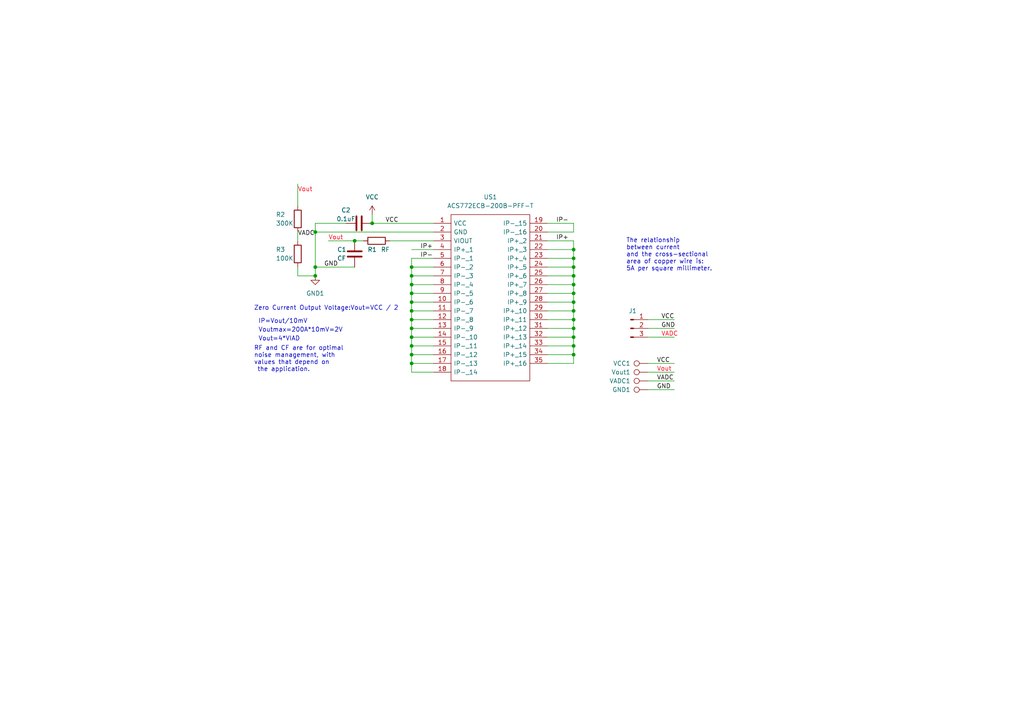
<source format=kicad_sch>
(kicad_sch (version 20230121) (generator eeschema)

  (uuid b3060d4e-7467-4a22-9473-769120214355)

  (paper "A4")

  (lib_symbols
    (symbol "ACS772ECB-200B-PFF-T1:ACS772ECB-200B-PFF-T" (pin_names (offset 0.762)) (in_bom yes) (on_board yes)
      (property "Reference" "IC" (at 29.21 7.62 0)
        (effects (font (size 1.27 1.27)) (justify left))
      )
      (property "Value" "ACS772ECB-200B-PFF-T" (at 29.21 5.08 0)
        (effects (font (size 1.27 1.27)) (justify left))
      )
      (property "Footprint" "ACS772ECB200BPFFT" (at 29.21 2.54 0)
        (effects (font (size 1.27 1.27)) (justify left) hide)
      )
      (property "Datasheet" "http://www.allegromicro.com/~/media/Files/Datasheets/ACS772-Datasheet.ashx" (at 29.21 0 0)
        (effects (font (size 1.27 1.27)) (justify left) hide)
      )
      (property "Description" "200kHz, 1.5% Max Tolerance, 100  Internal Resistance Module-alternative Current Sensor for High Current and High Voltage Applications" (at 29.21 -2.54 0)
        (effects (font (size 1.27 1.27)) (justify left) hide)
      )
      (property "Height" "7.1" (at 29.21 -5.08 0)
        (effects (font (size 1.27 1.27)) (justify left) hide)
      )
      (property "Manufacturer_Name" "Allegro Microsystems" (at 29.21 -7.62 0)
        (effects (font (size 1.27 1.27)) (justify left) hide)
      )
      (property "Manufacturer_Part_Number" "ACS772ECB-200B-PFF-T" (at 29.21 -10.16 0)
        (effects (font (size 1.27 1.27)) (justify left) hide)
      )
      (property "Mouser Part Number" "250-772ECB200BPFFT" (at 29.21 -12.7 0)
        (effects (font (size 1.27 1.27)) (justify left) hide)
      )
      (property "Mouser Price/Stock" "https://www.mouser.co.uk/ProductDetail/Allegro-MicroSystems/ACS772ECB-200B-PFF-T?qs=pUKx8fyJudABgObSHvZ%252BEw%3D%3D" (at 29.21 -15.24 0)
        (effects (font (size 1.27 1.27)) (justify left) hide)
      )
      (property "Arrow Part Number" "ACS772ECB-200B-PFF-T" (at 29.21 -17.78 0)
        (effects (font (size 1.27 1.27)) (justify left) hide)
      )
      (property "Arrow Price/Stock" "https://www.arrow.com/en/products/acs772ecb-200b-pff-t/allegro-microsystems?region=nac" (at 29.21 -20.32 0)
        (effects (font (size 1.27 1.27)) (justify left) hide)
      )
      (property "ki_description" "200kHz, 1.5% Max Tolerance, 100  Internal Resistance Module-alternative Current Sensor for High Current and High Voltage Applications" (at 0 0 0)
        (effects (font (size 1.27 1.27)) hide)
      )
      (symbol "ACS772ECB-200B-PFF-T_0_0"
        (pin passive line (at 0 0 0) (length 5.08)
          (name "VCC" (effects (font (size 1.27 1.27))))
          (number "1" (effects (font (size 1.27 1.27))))
        )
        (pin passive line (at 0 -22.86 0) (length 5.08)
          (name "IP-_6" (effects (font (size 1.27 1.27))))
          (number "10" (effects (font (size 1.27 1.27))))
        )
        (pin passive line (at 0 -25.4 0) (length 5.08)
          (name "IP-_7" (effects (font (size 1.27 1.27))))
          (number "11" (effects (font (size 1.27 1.27))))
        )
        (pin passive line (at 0 -27.94 0) (length 5.08)
          (name "IP-_8" (effects (font (size 1.27 1.27))))
          (number "12" (effects (font (size 1.27 1.27))))
        )
        (pin passive line (at 0 -30.48 0) (length 5.08)
          (name "IP-_9" (effects (font (size 1.27 1.27))))
          (number "13" (effects (font (size 1.27 1.27))))
        )
        (pin passive line (at 0 -33.02 0) (length 5.08)
          (name "IP-_10" (effects (font (size 1.27 1.27))))
          (number "14" (effects (font (size 1.27 1.27))))
        )
        (pin passive line (at 0 -35.56 0) (length 5.08)
          (name "IP-_11" (effects (font (size 1.27 1.27))))
          (number "15" (effects (font (size 1.27 1.27))))
        )
        (pin passive line (at 0 -38.1 0) (length 5.08)
          (name "IP-_12" (effects (font (size 1.27 1.27))))
          (number "16" (effects (font (size 1.27 1.27))))
        )
        (pin passive line (at 0 -40.64 0) (length 5.08)
          (name "IP-_13" (effects (font (size 1.27 1.27))))
          (number "17" (effects (font (size 1.27 1.27))))
        )
        (pin passive line (at 0 -43.18 0) (length 5.08)
          (name "IP-_14" (effects (font (size 1.27 1.27))))
          (number "18" (effects (font (size 1.27 1.27))))
        )
        (pin passive line (at 33.02 0 180) (length 5.08)
          (name "IP-_15" (effects (font (size 1.27 1.27))))
          (number "19" (effects (font (size 1.27 1.27))))
        )
        (pin passive line (at 0 -2.54 0) (length 5.08)
          (name "GND" (effects (font (size 1.27 1.27))))
          (number "2" (effects (font (size 1.27 1.27))))
        )
        (pin passive line (at 33.02 -2.54 180) (length 5.08)
          (name "IP-_16" (effects (font (size 1.27 1.27))))
          (number "20" (effects (font (size 1.27 1.27))))
        )
        (pin passive line (at 33.02 -5.08 180) (length 5.08)
          (name "IP+_2" (effects (font (size 1.27 1.27))))
          (number "21" (effects (font (size 1.27 1.27))))
        )
        (pin passive line (at 33.02 -7.62 180) (length 5.08)
          (name "IP+_3" (effects (font (size 1.27 1.27))))
          (number "22" (effects (font (size 1.27 1.27))))
        )
        (pin passive line (at 33.02 -10.16 180) (length 5.08)
          (name "IP+_4" (effects (font (size 1.27 1.27))))
          (number "23" (effects (font (size 1.27 1.27))))
        )
        (pin passive line (at 33.02 -12.7 180) (length 5.08)
          (name "IP+_5" (effects (font (size 1.27 1.27))))
          (number "24" (effects (font (size 1.27 1.27))))
        )
        (pin passive line (at 33.02 -15.24 180) (length 5.08)
          (name "IP+_6" (effects (font (size 1.27 1.27))))
          (number "25" (effects (font (size 1.27 1.27))))
        )
        (pin passive line (at 33.02 -17.78 180) (length 5.08)
          (name "IP+_7" (effects (font (size 1.27 1.27))))
          (number "26" (effects (font (size 1.27 1.27))))
        )
        (pin passive line (at 33.02 -20.32 180) (length 5.08)
          (name "IP+_8" (effects (font (size 1.27 1.27))))
          (number "27" (effects (font (size 1.27 1.27))))
        )
        (pin passive line (at 33.02 -22.86 180) (length 5.08)
          (name "IP+_9" (effects (font (size 1.27 1.27))))
          (number "28" (effects (font (size 1.27 1.27))))
        )
        (pin passive line (at 33.02 -25.4 180) (length 5.08)
          (name "IP+_10" (effects (font (size 1.27 1.27))))
          (number "29" (effects (font (size 1.27 1.27))))
        )
        (pin passive line (at 0 -5.08 0) (length 5.08)
          (name "VIOUT" (effects (font (size 1.27 1.27))))
          (number "3" (effects (font (size 1.27 1.27))))
        )
        (pin passive line (at 33.02 -27.94 180) (length 5.08)
          (name "IP+_11" (effects (font (size 1.27 1.27))))
          (number "30" (effects (font (size 1.27 1.27))))
        )
        (pin passive line (at 33.02 -30.48 180) (length 5.08)
          (name "IP+_12" (effects (font (size 1.27 1.27))))
          (number "31" (effects (font (size 1.27 1.27))))
        )
        (pin passive line (at 33.02 -33.02 180) (length 5.08)
          (name "IP+_13" (effects (font (size 1.27 1.27))))
          (number "32" (effects (font (size 1.27 1.27))))
        )
        (pin passive line (at 33.02 -35.56 180) (length 5.08)
          (name "IP+_14" (effects (font (size 1.27 1.27))))
          (number "33" (effects (font (size 1.27 1.27))))
        )
        (pin passive line (at 33.02 -38.1 180) (length 5.08)
          (name "IP+_15" (effects (font (size 1.27 1.27))))
          (number "34" (effects (font (size 1.27 1.27))))
        )
        (pin passive line (at 33.02 -40.64 180) (length 5.08)
          (name "IP+_16" (effects (font (size 1.27 1.27))))
          (number "35" (effects (font (size 1.27 1.27))))
        )
        (pin passive line (at 0 -7.62 0) (length 5.08)
          (name "IP+_1" (effects (font (size 1.27 1.27))))
          (number "4" (effects (font (size 1.27 1.27))))
        )
        (pin passive line (at 0 -10.16 0) (length 5.08)
          (name "IP-_1" (effects (font (size 1.27 1.27))))
          (number "5" (effects (font (size 1.27 1.27))))
        )
        (pin passive line (at 0 -12.7 0) (length 5.08)
          (name "IP-_2" (effects (font (size 1.27 1.27))))
          (number "6" (effects (font (size 1.27 1.27))))
        )
        (pin passive line (at 0 -15.24 0) (length 5.08)
          (name "IP-_3" (effects (font (size 1.27 1.27))))
          (number "7" (effects (font (size 1.27 1.27))))
        )
        (pin passive line (at 0 -17.78 0) (length 5.08)
          (name "IP-_4" (effects (font (size 1.27 1.27))))
          (number "8" (effects (font (size 1.27 1.27))))
        )
        (pin passive line (at 0 -20.32 0) (length 5.08)
          (name "IP-_5" (effects (font (size 1.27 1.27))))
          (number "9" (effects (font (size 1.27 1.27))))
        )
      )
      (symbol "ACS772ECB-200B-PFF-T_0_1"
        (polyline
          (pts
            (xy 5.08 2.54)
            (xy 27.94 2.54)
            (xy 27.94 -45.72)
            (xy 5.08 -45.72)
            (xy 5.08 2.54)
          )
          (stroke (width 0.1524) (type solid))
          (fill (type none))
        )
      )
    )
    (symbol "Connector:Conn_01x03_Pin" (pin_names (offset 1.016) hide) (in_bom yes) (on_board yes)
      (property "Reference" "J" (at 0 5.08 0)
        (effects (font (size 1.27 1.27)))
      )
      (property "Value" "Conn_01x03_Pin" (at 0 -5.08 0)
        (effects (font (size 1.27 1.27)))
      )
      (property "Footprint" "" (at 0 0 0)
        (effects (font (size 1.27 1.27)) hide)
      )
      (property "Datasheet" "~" (at 0 0 0)
        (effects (font (size 1.27 1.27)) hide)
      )
      (property "ki_locked" "" (at 0 0 0)
        (effects (font (size 1.27 1.27)))
      )
      (property "ki_keywords" "connector" (at 0 0 0)
        (effects (font (size 1.27 1.27)) hide)
      )
      (property "ki_description" "Generic connector, single row, 01x03, script generated" (at 0 0 0)
        (effects (font (size 1.27 1.27)) hide)
      )
      (property "ki_fp_filters" "Connector*:*_1x??_*" (at 0 0 0)
        (effects (font (size 1.27 1.27)) hide)
      )
      (symbol "Conn_01x03_Pin_1_1"
        (polyline
          (pts
            (xy 1.27 -2.54)
            (xy 0.8636 -2.54)
          )
          (stroke (width 0.1524) (type default))
          (fill (type none))
        )
        (polyline
          (pts
            (xy 1.27 0)
            (xy 0.8636 0)
          )
          (stroke (width 0.1524) (type default))
          (fill (type none))
        )
        (polyline
          (pts
            (xy 1.27 2.54)
            (xy 0.8636 2.54)
          )
          (stroke (width 0.1524) (type default))
          (fill (type none))
        )
        (rectangle (start 0.8636 -2.413) (end 0 -2.667)
          (stroke (width 0.1524) (type default))
          (fill (type outline))
        )
        (rectangle (start 0.8636 0.127) (end 0 -0.127)
          (stroke (width 0.1524) (type default))
          (fill (type outline))
        )
        (rectangle (start 0.8636 2.667) (end 0 2.413)
          (stroke (width 0.1524) (type default))
          (fill (type outline))
        )
        (pin passive line (at 5.08 2.54 180) (length 3.81)
          (name "Pin_1" (effects (font (size 1.27 1.27))))
          (number "1" (effects (font (size 1.27 1.27))))
        )
        (pin passive line (at 5.08 0 180) (length 3.81)
          (name "Pin_2" (effects (font (size 1.27 1.27))))
          (number "2" (effects (font (size 1.27 1.27))))
        )
        (pin passive line (at 5.08 -2.54 180) (length 3.81)
          (name "Pin_3" (effects (font (size 1.27 1.27))))
          (number "3" (effects (font (size 1.27 1.27))))
        )
      )
    )
    (symbol "Connector:TestPoint" (pin_numbers hide) (pin_names (offset 0.762) hide) (in_bom yes) (on_board yes)
      (property "Reference" "TP" (at 0 6.858 0)
        (effects (font (size 1.27 1.27)))
      )
      (property "Value" "TestPoint" (at 0 5.08 0)
        (effects (font (size 1.27 1.27)))
      )
      (property "Footprint" "" (at 5.08 0 0)
        (effects (font (size 1.27 1.27)) hide)
      )
      (property "Datasheet" "~" (at 5.08 0 0)
        (effects (font (size 1.27 1.27)) hide)
      )
      (property "ki_keywords" "test point tp" (at 0 0 0)
        (effects (font (size 1.27 1.27)) hide)
      )
      (property "ki_description" "test point" (at 0 0 0)
        (effects (font (size 1.27 1.27)) hide)
      )
      (property "ki_fp_filters" "Pin* Test*" (at 0 0 0)
        (effects (font (size 1.27 1.27)) hide)
      )
      (symbol "TestPoint_0_1"
        (circle (center 0 3.302) (radius 0.762)
          (stroke (width 0) (type default))
          (fill (type none))
        )
      )
      (symbol "TestPoint_1_1"
        (pin passive line (at 0 0 90) (length 2.54)
          (name "1" (effects (font (size 1.27 1.27))))
          (number "1" (effects (font (size 1.27 1.27))))
        )
      )
    )
    (symbol "Device:C" (pin_numbers hide) (pin_names (offset 0.254)) (in_bom yes) (on_board yes)
      (property "Reference" "C" (at 0.635 2.54 0)
        (effects (font (size 1.27 1.27)) (justify left))
      )
      (property "Value" "C" (at 0.635 -2.54 0)
        (effects (font (size 1.27 1.27)) (justify left))
      )
      (property "Footprint" "" (at 0.9652 -3.81 0)
        (effects (font (size 1.27 1.27)) hide)
      )
      (property "Datasheet" "~" (at 0 0 0)
        (effects (font (size 1.27 1.27)) hide)
      )
      (property "ki_keywords" "cap capacitor" (at 0 0 0)
        (effects (font (size 1.27 1.27)) hide)
      )
      (property "ki_description" "Unpolarized capacitor" (at 0 0 0)
        (effects (font (size 1.27 1.27)) hide)
      )
      (property "ki_fp_filters" "C_*" (at 0 0 0)
        (effects (font (size 1.27 1.27)) hide)
      )
      (symbol "C_0_1"
        (polyline
          (pts
            (xy -2.032 -0.762)
            (xy 2.032 -0.762)
          )
          (stroke (width 0.508) (type default))
          (fill (type none))
        )
        (polyline
          (pts
            (xy -2.032 0.762)
            (xy 2.032 0.762)
          )
          (stroke (width 0.508) (type default))
          (fill (type none))
        )
      )
      (symbol "C_1_1"
        (pin passive line (at 0 3.81 270) (length 2.794)
          (name "~" (effects (font (size 1.27 1.27))))
          (number "1" (effects (font (size 1.27 1.27))))
        )
        (pin passive line (at 0 -3.81 90) (length 2.794)
          (name "~" (effects (font (size 1.27 1.27))))
          (number "2" (effects (font (size 1.27 1.27))))
        )
      )
    )
    (symbol "Device:R" (pin_numbers hide) (pin_names (offset 0)) (in_bom yes) (on_board yes)
      (property "Reference" "R" (at 2.032 0 90)
        (effects (font (size 1.27 1.27)))
      )
      (property "Value" "R" (at 0 0 90)
        (effects (font (size 1.27 1.27)))
      )
      (property "Footprint" "" (at -1.778 0 90)
        (effects (font (size 1.27 1.27)) hide)
      )
      (property "Datasheet" "~" (at 0 0 0)
        (effects (font (size 1.27 1.27)) hide)
      )
      (property "ki_keywords" "R res resistor" (at 0 0 0)
        (effects (font (size 1.27 1.27)) hide)
      )
      (property "ki_description" "Resistor" (at 0 0 0)
        (effects (font (size 1.27 1.27)) hide)
      )
      (property "ki_fp_filters" "R_*" (at 0 0 0)
        (effects (font (size 1.27 1.27)) hide)
      )
      (symbol "R_0_1"
        (rectangle (start -1.016 -2.54) (end 1.016 2.54)
          (stroke (width 0.254) (type default))
          (fill (type none))
        )
      )
      (symbol "R_1_1"
        (pin passive line (at 0 3.81 270) (length 1.27)
          (name "~" (effects (font (size 1.27 1.27))))
          (number "1" (effects (font (size 1.27 1.27))))
        )
        (pin passive line (at 0 -3.81 90) (length 1.27)
          (name "~" (effects (font (size 1.27 1.27))))
          (number "2" (effects (font (size 1.27 1.27))))
        )
      )
    )
    (symbol "power:GND1" (power) (pin_names (offset 0)) (in_bom yes) (on_board yes)
      (property "Reference" "#PWR" (at 0 -6.35 0)
        (effects (font (size 1.27 1.27)) hide)
      )
      (property "Value" "GND1" (at 0 -3.81 0)
        (effects (font (size 1.27 1.27)))
      )
      (property "Footprint" "" (at 0 0 0)
        (effects (font (size 1.27 1.27)) hide)
      )
      (property "Datasheet" "" (at 0 0 0)
        (effects (font (size 1.27 1.27)) hide)
      )
      (property "ki_keywords" "global power" (at 0 0 0)
        (effects (font (size 1.27 1.27)) hide)
      )
      (property "ki_description" "Power symbol creates a global label with name \"GND1\" , ground" (at 0 0 0)
        (effects (font (size 1.27 1.27)) hide)
      )
      (symbol "GND1_0_1"
        (polyline
          (pts
            (xy 0 0)
            (xy 0 -1.27)
            (xy 1.27 -1.27)
            (xy 0 -2.54)
            (xy -1.27 -1.27)
            (xy 0 -1.27)
          )
          (stroke (width 0) (type default))
          (fill (type none))
        )
      )
      (symbol "GND1_1_1"
        (pin power_in line (at 0 0 270) (length 0) hide
          (name "GND1" (effects (font (size 1.27 1.27))))
          (number "1" (effects (font (size 1.27 1.27))))
        )
      )
    )
    (symbol "power:VCC" (power) (pin_names (offset 0)) (in_bom yes) (on_board yes)
      (property "Reference" "#PWR01" (at 0 -3.81 0)
        (effects (font (size 1.27 1.27)) hide)
      )
      (property "Value" "VCC_5V" (at 0 5.08 0)
        (effects (font (size 1.27 1.27)))
      )
      (property "Footprint" "" (at 0 0 0)
        (effects (font (size 1.27 1.27)) hide)
      )
      (property "Datasheet" "" (at 0 0 0)
        (effects (font (size 1.27 1.27)) hide)
      )
      (property "ki_keywords" "global power" (at 0 0 0)
        (effects (font (size 1.27 1.27)) hide)
      )
      (property "ki_description" "Power symbol creates a global label with name \"VCC\"" (at 0 0 0)
        (effects (font (size 1.27 1.27)) hide)
      )
      (symbol "VCC_0_1"
        (polyline
          (pts
            (xy -0.762 1.27)
            (xy 0 2.54)
          )
          (stroke (width 0) (type default))
          (fill (type none))
        )
        (polyline
          (pts
            (xy 0 0)
            (xy 0 2.54)
          )
          (stroke (width 0) (type default))
          (fill (type none))
        )
        (polyline
          (pts
            (xy 0 2.54)
            (xy 0.762 1.27)
          )
          (stroke (width 0) (type default))
          (fill (type none))
        )
      )
      (symbol "VCC_1_1"
        (pin power_in line (at 0 0 90) (length 0) hide
          (name "VCC" (effects (font (size 1.27 1.27))))
          (number "1" (effects (font (size 1.27 1.27))))
        )
      )
    )
  )

  (junction (at 166.37 82.55) (diameter 0) (color 0 0 0 0)
    (uuid 14007531-5060-496b-928e-b64fae571793)
  )
  (junction (at 166.37 85.09) (diameter 0) (color 0 0 0 0)
    (uuid 1c19ff3a-85a4-4373-b821-552b0a993040)
  )
  (junction (at 166.37 100.33) (diameter 0) (color 0 0 0 0)
    (uuid 20b8674f-1479-4ce4-9266-17ec61fcdcc6)
  )
  (junction (at 119.38 105.41) (diameter 0) (color 0 0 0 0)
    (uuid 2382f253-c289-4745-8fe8-2a35b8db5463)
  )
  (junction (at 119.38 80.01) (diameter 0) (color 0 0 0 0)
    (uuid 2af830b8-172b-4e9c-9b93-99b35ea54fb2)
  )
  (junction (at 91.44 67.31) (diameter 0) (color 0 0 0 0)
    (uuid 2bf2703b-7317-4189-9729-87b4fee02549)
  )
  (junction (at 119.38 82.55) (diameter 0) (color 0 0 0 0)
    (uuid 323217e7-787f-4090-bf3b-12ef466154aa)
  )
  (junction (at 119.38 92.71) (diameter 0) (color 0 0 0 0)
    (uuid 35483409-d3eb-45e2-a3aa-c8411598256b)
  )
  (junction (at 166.37 80.01) (diameter 0) (color 0 0 0 0)
    (uuid 5f5b48a3-8b00-40b8-9f08-242944555ccd)
  )
  (junction (at 119.38 102.87) (diameter 0) (color 0 0 0 0)
    (uuid 61a571bc-ac3e-4109-bee4-ee803739fcf5)
  )
  (junction (at 119.38 100.33) (diameter 0) (color 0 0 0 0)
    (uuid 6312bb55-abee-416c-9515-9ad9e832ada6)
  )
  (junction (at 119.38 85.09) (diameter 0) (color 0 0 0 0)
    (uuid 71ea1d5c-ccd4-4ecd-bce4-1850fbf8ea38)
  )
  (junction (at 119.38 90.17) (diameter 0) (color 0 0 0 0)
    (uuid 7d6c9cdb-ee11-44b1-8672-d14066474e13)
  )
  (junction (at 166.37 72.39) (diameter 0) (color 0 0 0 0)
    (uuid 8692bf6c-fc3f-4aa7-b715-b1c07f88983e)
  )
  (junction (at 166.37 97.79) (diameter 0) (color 0 0 0 0)
    (uuid 8d29b47c-adae-4514-98aa-6010e24ceb40)
  )
  (junction (at 166.37 92.71) (diameter 0) (color 0 0 0 0)
    (uuid 9b1221e1-0247-4945-99f3-cdfd269bb501)
  )
  (junction (at 91.44 77.47) (diameter 0) (color 0 0 0 0)
    (uuid 9df87540-33cb-43a3-a8c4-7eff35cdd956)
  )
  (junction (at 119.38 95.25) (diameter 0) (color 0 0 0 0)
    (uuid a30602f9-0c23-4f97-94dc-720860569b05)
  )
  (junction (at 166.37 102.87) (diameter 0) (color 0 0 0 0)
    (uuid afa9f10f-212c-4b92-8246-65b5405a9aaf)
  )
  (junction (at 102.87 69.85) (diameter 0) (color 0 0 0 0)
    (uuid b5dc587b-0e42-4d47-a4ab-feb2d815064c)
  )
  (junction (at 119.38 87.63) (diameter 0) (color 0 0 0 0)
    (uuid bb449612-760d-4f77-aef8-288084b9878a)
  )
  (junction (at 119.38 77.47) (diameter 0) (color 0 0 0 0)
    (uuid bd979ede-670a-4817-aa21-ab717a10b30f)
  )
  (junction (at 166.37 77.47) (diameter 0) (color 0 0 0 0)
    (uuid cc7ab975-09a4-4e65-90dc-3b8dce6a15f9)
  )
  (junction (at 166.37 95.25) (diameter 0) (color 0 0 0 0)
    (uuid d1479bb9-c1a1-4577-bd10-83f826d7b9b7)
  )
  (junction (at 166.37 90.17) (diameter 0) (color 0 0 0 0)
    (uuid d5f7b531-86c9-4742-b621-7dd17fe9fce5)
  )
  (junction (at 119.38 97.79) (diameter 0) (color 0 0 0 0)
    (uuid dabc247a-7006-40b6-8f61-eecdf98f744b)
  )
  (junction (at 91.44 80.01) (diameter 0) (color 0 0 0 0)
    (uuid dfd44fd6-df7f-415d-b506-ca6f29bdeb45)
  )
  (junction (at 107.95 64.77) (diameter 0) (color 0 0 0 0)
    (uuid e574ad12-dcd7-4f91-af02-e2928051805b)
  )
  (junction (at 166.37 74.93) (diameter 0) (color 0 0 0 0)
    (uuid fceadeee-8f23-43d2-b6cf-cd79f0e786e6)
  )
  (junction (at 166.37 87.63) (diameter 0) (color 0 0 0 0)
    (uuid fd3655a7-249b-4ea7-bc06-4761a1d5e35b)
  )

  (wire (pts (xy 125.73 77.47) (xy 119.38 77.47))
    (stroke (width 0) (type default))
    (uuid 01931bc7-71b3-4845-adc7-eb69ce9c56bd)
  )
  (wire (pts (xy 158.75 85.09) (xy 166.37 85.09))
    (stroke (width 0) (type default))
    (uuid 029e4dd1-5414-4fb7-aa04-4c210a2ce164)
  )
  (wire (pts (xy 86.36 80.01) (xy 91.44 80.01))
    (stroke (width 0) (type default))
    (uuid 02aa59b2-681a-4b86-ab91-7830c8e9eda5)
  )
  (wire (pts (xy 91.44 77.47) (xy 91.44 67.31))
    (stroke (width 0) (type default))
    (uuid 02bb0879-e749-4725-a91b-a0dea113f09d)
  )
  (wire (pts (xy 187.96 113.03) (xy 195.58 113.03))
    (stroke (width 0) (type default))
    (uuid 0a1bbbf1-229f-4ed9-8352-4d79f8cff39c)
  )
  (wire (pts (xy 119.38 92.71) (xy 119.38 95.25))
    (stroke (width 0) (type default))
    (uuid 0c0d5c87-2ade-4935-9f27-e87db557c5b9)
  )
  (wire (pts (xy 119.38 85.09) (xy 119.38 87.63))
    (stroke (width 0) (type default))
    (uuid 0eea0ace-a365-441b-8007-5bb3b03024e6)
  )
  (wire (pts (xy 86.36 67.31) (xy 86.36 69.85))
    (stroke (width 0) (type default))
    (uuid 1025df86-cc85-4e02-a3e0-79a4a7b164ce)
  )
  (wire (pts (xy 166.37 72.39) (xy 166.37 74.93))
    (stroke (width 0) (type default))
    (uuid 112d2cfe-b625-4581-b1cc-b06980bdee86)
  )
  (wire (pts (xy 158.75 72.39) (xy 166.37 72.39))
    (stroke (width 0) (type default))
    (uuid 12701d23-395b-46c7-a8b4-75b87243c249)
  )
  (wire (pts (xy 119.38 102.87) (xy 125.73 102.87))
    (stroke (width 0) (type default))
    (uuid 12db8001-1b43-4cbe-8385-002a04ce5455)
  )
  (wire (pts (xy 187.96 95.25) (xy 195.58 95.25))
    (stroke (width 0) (type default))
    (uuid 132630e7-5ff4-4881-8e7d-c0a77346f385)
  )
  (wire (pts (xy 166.37 100.33) (xy 166.37 102.87))
    (stroke (width 0) (type default))
    (uuid 166db661-5022-4c53-ac17-f8b8d5f2e643)
  )
  (wire (pts (xy 119.38 100.33) (xy 125.73 100.33))
    (stroke (width 0) (type default))
    (uuid 17e55e0a-804e-4bbe-8620-1714b888ea1b)
  )
  (wire (pts (xy 158.75 90.17) (xy 166.37 90.17))
    (stroke (width 0) (type default))
    (uuid 234a29e9-eb50-4826-bbef-9bf7b337de2b)
  )
  (wire (pts (xy 91.44 67.31) (xy 91.44 64.77))
    (stroke (width 0) (type default))
    (uuid 25367476-8aa7-4c97-bbfe-6bb32db61b07)
  )
  (wire (pts (xy 113.03 69.85) (xy 125.73 69.85))
    (stroke (width 0) (type default))
    (uuid 26b4923b-4b69-4714-a428-c00c536435e4)
  )
  (wire (pts (xy 119.38 95.25) (xy 125.73 95.25))
    (stroke (width 0) (type default))
    (uuid 277eec4d-5230-4737-94de-340d7071c760)
  )
  (wire (pts (xy 119.38 80.01) (xy 125.73 80.01))
    (stroke (width 0) (type default))
    (uuid 3133bbee-2e7e-48a5-9245-dd3cb6b50bc8)
  )
  (wire (pts (xy 158.75 67.31) (xy 166.37 67.31))
    (stroke (width 0) (type default))
    (uuid 39e27cbf-7449-4d81-98e5-90f1d46b65bc)
  )
  (wire (pts (xy 107.95 64.77) (xy 125.73 64.77))
    (stroke (width 0) (type default))
    (uuid 3d3ac8d4-ae0b-460c-b81e-473d52ce516d)
  )
  (wire (pts (xy 187.96 92.71) (xy 195.58 92.71))
    (stroke (width 0) (type default))
    (uuid 3f624799-fc3f-4b06-b78d-57d27b28a2f5)
  )
  (wire (pts (xy 119.38 102.87) (xy 119.38 105.41))
    (stroke (width 0) (type default))
    (uuid 40ec75e8-1ad0-418d-9459-adff7933488a)
  )
  (wire (pts (xy 86.36 53.34) (xy 86.36 59.69))
    (stroke (width 0) (type default))
    (uuid 4610edc0-54d7-43b9-9463-7f2d36d47292)
  )
  (wire (pts (xy 166.37 102.87) (xy 166.37 105.41))
    (stroke (width 0) (type default))
    (uuid 4d6769d4-66bd-462c-8b9a-e9f483f2b7de)
  )
  (wire (pts (xy 158.75 100.33) (xy 166.37 100.33))
    (stroke (width 0) (type default))
    (uuid 4f11118e-8778-4368-9589-4cb501451b48)
  )
  (wire (pts (xy 119.38 87.63) (xy 119.38 90.17))
    (stroke (width 0) (type default))
    (uuid 506ddecb-a795-4877-b542-f40ad60d46c4)
  )
  (wire (pts (xy 119.38 77.47) (xy 119.38 74.93))
    (stroke (width 0) (type default))
    (uuid 53ed4d22-f21f-4474-85b1-eba354b81813)
  )
  (wire (pts (xy 166.37 97.79) (xy 166.37 100.33))
    (stroke (width 0) (type default))
    (uuid 5cfedc5d-defe-425a-b712-fd90a78e9ebb)
  )
  (wire (pts (xy 158.75 95.25) (xy 166.37 95.25))
    (stroke (width 0) (type default))
    (uuid 60833876-fea0-4538-b0ed-6e2af9de21ea)
  )
  (wire (pts (xy 119.38 95.25) (xy 119.38 97.79))
    (stroke (width 0) (type default))
    (uuid 61d5edb8-fb32-43e1-9545-91db866a4c23)
  )
  (wire (pts (xy 102.87 77.47) (xy 91.44 77.47))
    (stroke (width 0) (type default))
    (uuid 61ee3a6c-a2be-4b18-9708-81e0b1382bb6)
  )
  (wire (pts (xy 119.38 97.79) (xy 119.38 100.33))
    (stroke (width 0) (type default))
    (uuid 6727252c-a8ba-41b2-b83c-82787ca16590)
  )
  (wire (pts (xy 158.75 97.79) (xy 166.37 97.79))
    (stroke (width 0) (type default))
    (uuid 6cdb814a-edf4-4ebf-b0bb-e5bf5b006d4e)
  )
  (wire (pts (xy 158.75 69.85) (xy 166.37 69.85))
    (stroke (width 0) (type default))
    (uuid 6d93fa46-3299-46c6-8b57-51502b77445e)
  )
  (wire (pts (xy 91.44 64.77) (xy 100.33 64.77))
    (stroke (width 0) (type default))
    (uuid 6e064f7c-e0e4-45c0-a8a7-9e4945a508d1)
  )
  (wire (pts (xy 166.37 90.17) (xy 166.37 92.71))
    (stroke (width 0) (type default))
    (uuid 71e6bb4a-aac1-4b4b-bb2b-fc5376560a72)
  )
  (wire (pts (xy 166.37 87.63) (xy 166.37 90.17))
    (stroke (width 0) (type default))
    (uuid 74da144e-267e-4782-aeea-921545fee1d9)
  )
  (wire (pts (xy 119.38 90.17) (xy 119.38 92.71))
    (stroke (width 0) (type default))
    (uuid 75c624b8-7ba5-4d75-9cdf-3ecf11e7724d)
  )
  (wire (pts (xy 119.38 82.55) (xy 119.38 85.09))
    (stroke (width 0) (type default))
    (uuid 76f7a451-c8bf-4e49-ab4a-aa8ee4891d3b)
  )
  (wire (pts (xy 166.37 80.01) (xy 166.37 82.55))
    (stroke (width 0) (type default))
    (uuid 78bcf976-60af-488c-8da9-b25421dd4a19)
  )
  (wire (pts (xy 158.75 102.87) (xy 166.37 102.87))
    (stroke (width 0) (type default))
    (uuid 7a2c24fc-8bda-4151-b502-275e9b6ea1e8)
  )
  (wire (pts (xy 158.75 82.55) (xy 166.37 82.55))
    (stroke (width 0) (type default))
    (uuid 806c8c4b-9a1a-4797-8c8b-6ea6fd4242dc)
  )
  (wire (pts (xy 119.38 97.79) (xy 125.73 97.79))
    (stroke (width 0) (type default))
    (uuid 865488c9-b312-4d41-8546-8552cf2a39cb)
  )
  (wire (pts (xy 158.75 77.47) (xy 166.37 77.47))
    (stroke (width 0) (type default))
    (uuid 87df901d-18a0-4a9d-8981-7b1045b6bda9)
  )
  (wire (pts (xy 166.37 77.47) (xy 166.37 80.01))
    (stroke (width 0) (type default))
    (uuid 88d2a6ea-c5ce-4f47-954b-ae3a9d5c82f1)
  )
  (wire (pts (xy 166.37 92.71) (xy 166.37 95.25))
    (stroke (width 0) (type default))
    (uuid 891bef8b-28bc-43e1-898e-298bb16cd170)
  )
  (wire (pts (xy 166.37 82.55) (xy 166.37 85.09))
    (stroke (width 0) (type default))
    (uuid 90ec81e2-f200-4ae8-b9a2-ebd1695db391)
  )
  (wire (pts (xy 91.44 77.47) (xy 91.44 80.01))
    (stroke (width 0) (type default))
    (uuid 9343f546-519b-46c1-abbd-f30b8a0a72e4)
  )
  (wire (pts (xy 187.96 110.49) (xy 195.58 110.49))
    (stroke (width 0) (type default))
    (uuid 976022df-e109-4529-980e-be1de3a8829c)
  )
  (wire (pts (xy 158.75 74.93) (xy 166.37 74.93))
    (stroke (width 0) (type default))
    (uuid 976247ab-b61a-4b1c-bb67-14a8d539e8c7)
  )
  (wire (pts (xy 166.37 69.85) (xy 166.37 72.39))
    (stroke (width 0) (type default))
    (uuid 97653fda-3449-4708-a71c-17bcabc2402e)
  )
  (wire (pts (xy 119.38 90.17) (xy 125.73 90.17))
    (stroke (width 0) (type default))
    (uuid 99fd125d-1ee5-49c1-ac71-eb866b9b2fca)
  )
  (wire (pts (xy 158.75 80.01) (xy 166.37 80.01))
    (stroke (width 0) (type default))
    (uuid a1458db6-8ee5-4a2f-8d90-8560cac68d08)
  )
  (wire (pts (xy 95.25 69.85) (xy 102.87 69.85))
    (stroke (width 0) (type default))
    (uuid a6afc7dd-a5b6-4f8d-99ae-5ea1ed47a711)
  )
  (wire (pts (xy 158.75 87.63) (xy 166.37 87.63))
    (stroke (width 0) (type default))
    (uuid a7ee8af1-58be-4bec-b5de-32791720d6a8)
  )
  (wire (pts (xy 119.38 77.47) (xy 119.38 80.01))
    (stroke (width 0) (type default))
    (uuid a8800285-431a-4820-b58e-c86fdab70045)
  )
  (wire (pts (xy 187.96 105.41) (xy 195.58 105.41))
    (stroke (width 0) (type default))
    (uuid aa8b9204-ab52-4d58-990e-db96678d89a0)
  )
  (wire (pts (xy 166.37 85.09) (xy 166.37 87.63))
    (stroke (width 0) (type default))
    (uuid b05b0e1d-d358-4f75-bc1a-896b3514d392)
  )
  (wire (pts (xy 86.36 77.47) (xy 86.36 80.01))
    (stroke (width 0) (type default))
    (uuid b0ed44af-9e32-496b-8a74-a34f4cd5daee)
  )
  (wire (pts (xy 119.38 82.55) (xy 125.73 82.55))
    (stroke (width 0) (type default))
    (uuid bd844938-661c-43f7-aa79-9e04d5c44e20)
  )
  (wire (pts (xy 119.38 105.41) (xy 119.38 107.95))
    (stroke (width 0) (type default))
    (uuid bdcbe9ea-afb8-41ef-93e7-7a182826b4dd)
  )
  (wire (pts (xy 107.95 64.77) (xy 107.95 62.23))
    (stroke (width 0) (type default))
    (uuid bf6ac93d-329a-44e9-a429-369d062c0c0b)
  )
  (wire (pts (xy 119.38 100.33) (xy 119.38 102.87))
    (stroke (width 0) (type default))
    (uuid c01be539-068b-488d-b03b-4e38ee3f9062)
  )
  (wire (pts (xy 119.38 72.39) (xy 125.73 72.39))
    (stroke (width 0) (type default))
    (uuid c207dd48-fffd-4fd8-af4d-85d2cf5f0dc1)
  )
  (wire (pts (xy 158.75 64.77) (xy 166.37 64.77))
    (stroke (width 0) (type default))
    (uuid d1db2968-207a-4fa4-8b19-c1eab4432f6e)
  )
  (wire (pts (xy 119.38 80.01) (xy 119.38 82.55))
    (stroke (width 0) (type default))
    (uuid d4059cef-5ea7-46c4-a02e-2425c53ab1d4)
  )
  (wire (pts (xy 119.38 92.71) (xy 125.73 92.71))
    (stroke (width 0) (type default))
    (uuid d5ac3624-9c98-4de5-8f29-6f879fef418c)
  )
  (wire (pts (xy 166.37 95.25) (xy 166.37 97.79))
    (stroke (width 0) (type default))
    (uuid d738c209-3cd0-4d10-a3d4-bb97a8300925)
  )
  (wire (pts (xy 119.38 107.95) (xy 125.73 107.95))
    (stroke (width 0) (type default))
    (uuid d87488af-a918-40b3-a39a-ab266ef5e807)
  )
  (wire (pts (xy 158.75 92.71) (xy 166.37 92.71))
    (stroke (width 0) (type default))
    (uuid df53536b-c8da-45e3-aea8-226f94ff35fa)
  )
  (wire (pts (xy 119.38 105.41) (xy 125.73 105.41))
    (stroke (width 0) (type default))
    (uuid e0dda73d-5d3d-4546-b2f3-6079ceab3db0)
  )
  (wire (pts (xy 187.96 107.95) (xy 195.58 107.95))
    (stroke (width 0) (type default))
    (uuid e427f452-c7cb-4827-acfa-e4e01fe4c745)
  )
  (wire (pts (xy 166.37 105.41) (xy 158.75 105.41))
    (stroke (width 0) (type default))
    (uuid e4cf662c-e2bb-4e64-af57-bc932ec3777a)
  )
  (wire (pts (xy 119.38 87.63) (xy 125.73 87.63))
    (stroke (width 0) (type default))
    (uuid e5076b1f-111b-4fde-97fa-e80128c8b2f1)
  )
  (wire (pts (xy 187.96 97.79) (xy 195.58 97.79))
    (stroke (width 0) (type default))
    (uuid ebb2809e-e4ca-4314-84ad-2aa493a378d0)
  )
  (wire (pts (xy 102.87 69.85) (xy 105.41 69.85))
    (stroke (width 0) (type default))
    (uuid ec328c2b-beb4-403d-88f4-895439c42170)
  )
  (wire (pts (xy 125.73 67.31) (xy 91.44 67.31))
    (stroke (width 0) (type default))
    (uuid f67db752-1b10-4619-95e9-2dc3614c4d3d)
  )
  (wire (pts (xy 166.37 64.77) (xy 166.37 67.31))
    (stroke (width 0) (type default))
    (uuid f684d2d2-c3f5-4658-beac-4b3669547551)
  )
  (wire (pts (xy 119.38 74.93) (xy 125.73 74.93))
    (stroke (width 0) (type default))
    (uuid f6aa75d5-1ca4-4667-8ba3-4b62b968c792)
  )
  (wire (pts (xy 119.38 85.09) (xy 125.73 85.09))
    (stroke (width 0) (type default))
    (uuid f7047c86-a893-46a2-ad4b-d79a05b4885a)
  )
  (wire (pts (xy 166.37 74.93) (xy 166.37 77.47))
    (stroke (width 0) (type default))
    (uuid ff17991e-3f24-4bc6-8978-230aa03db546)
  )

  (text "Zero Current Output Voltage:Vout=VCC / 2" (at 73.66 90.17 0)
    (effects (font (size 1.27 1.27)) (justify left bottom))
    (uuid 1ad12719-6aff-4657-b924-9c6de1669a38)
  )
  (text "IP=Vout/10mV" (at 74.93 93.98 0)
    (effects (font (size 1.27 1.27)) (justify left bottom))
    (uuid 2d5e4a35-ab8a-4f0d-95fc-a2398fe4d28f)
  )
  (text "Voutmax=200A*10mV=2V" (at 74.93 96.52 0)
    (effects (font (size 1.27 1.27)) (justify left bottom))
    (uuid 2d90bfbb-239a-4fd3-96c3-36947b3820eb)
  )
  (text "Vout=4*VIAD" (at 74.93 99.06 0)
    (effects (font (size 1.27 1.27)) (justify left bottom))
    (uuid 45e2d624-186e-4805-afb4-de68feccc967)
  )
  (text "The relationship \nbetween current \nand the cross-sectional \narea of copper wire is: \n5A per square millimeter."
    (at 181.61 78.74 0)
    (effects (font (size 1.27 1.27)) (justify left bottom))
    (uuid b49a587e-931c-409d-83d9-ac3b3c14f32e)
  )
  (text "RF and CF are for optimal \nnoise management, with \nvalues that depend on\n the application."
    (at 73.66 107.95 0)
    (effects (font (size 1.27 1.27)) (justify left bottom))
    (uuid e888c49b-af0e-48d3-84ec-5a1d51da48f2)
  )

  (label "VCC" (at 191.77 92.71 0) (fields_autoplaced)
    (effects (font (size 1.27 1.27)) (justify left bottom))
    (uuid 0574b9f3-b34c-4a3f-93a8-6c99faa59b7c)
  )
  (label "VADC" (at 86.36 68.58 0) (fields_autoplaced)
    (effects (font (size 1.27 1.27)) (justify left bottom))
    (uuid 33e8a964-178d-4d54-a5ee-68d69775cd8a)
  )
  (label "IP-" (at 161.29 64.77 0) (fields_autoplaced)
    (effects (font (size 1.27 1.27)) (justify left bottom))
    (uuid 3cb6587c-9c5f-473d-8ec7-73aad3e978cd)
  )
  (label "Vout" (at 190.5 107.95 0) (fields_autoplaced)
    (effects (font (size 1.27 1.27) (color 255 3 26 1)) (justify left bottom))
    (uuid 40cef5c0-26ed-4037-a93e-2705016651f9)
  )
  (label "IP+" (at 121.92 72.39 0) (fields_autoplaced)
    (effects (font (size 1.27 1.27)) (justify left bottom))
    (uuid 41a2ac26-36d6-4ef0-8858-8f1df5eb0cc6)
  )
  (label "VADC" (at 190.5 110.49 0) (fields_autoplaced)
    (effects (font (size 1.27 1.27)) (justify left bottom))
    (uuid 45c41e6e-94bc-48ff-bf80-912e044a3754)
  )
  (label "IP-" (at 121.92 74.93 0) (fields_autoplaced)
    (effects (font (size 1.27 1.27)) (justify left bottom))
    (uuid 59558a7f-fb70-478e-b660-90ffb991d4eb)
  )
  (label "VCC" (at 111.76 64.77 0) (fields_autoplaced)
    (effects (font (size 1.27 1.27)) (justify left bottom))
    (uuid 60571adb-9490-437f-85a5-fa7678fab088)
  )
  (label "GND" (at 93.98 77.47 0) (fields_autoplaced)
    (effects (font (size 1.27 1.27)) (justify left bottom))
    (uuid 6bc61cb1-bb6e-4202-8466-f7d5e03c0ef6)
  )
  (label "VCC" (at 190.5 105.41 0) (fields_autoplaced)
    (effects (font (size 1.27 1.27)) (justify left bottom))
    (uuid 96dd001a-60bf-4437-8c1b-aedebb07602b)
  )
  (label "GND" (at 190.5 113.03 0) (fields_autoplaced)
    (effects (font (size 1.27 1.27)) (justify left bottom))
    (uuid a6d2bad6-551f-457f-ac40-52f4b98dbc4b)
  )
  (label "Vout" (at 95.25 69.85 0) (fields_autoplaced)
    (effects (font (size 1.27 1.27) (color 255 3 26 1)) (justify left bottom))
    (uuid abb93f85-0894-4a2b-b111-d61453826dbf)
  )
  (label "GND" (at 191.77 95.25 0) (fields_autoplaced)
    (effects (font (size 1.27 1.27)) (justify left bottom))
    (uuid cb8aba10-ae4e-4dd4-a224-cc5e2d4a8b9b)
  )
  (label "Vout" (at 86.36 55.88 0) (fields_autoplaced)
    (effects (font (size 1.27 1.27) (color 255 3 26 1)) (justify left bottom))
    (uuid d50c8776-4f36-43bc-8a7a-7ec0b39f3b74)
  )
  (label "IP+" (at 161.29 69.85 0) (fields_autoplaced)
    (effects (font (size 1.27 1.27)) (justify left bottom))
    (uuid f3c13f7c-f687-45f0-a701-c8148361f7f7)
  )
  (label "VADC" (at 191.77 97.79 0) (fields_autoplaced)
    (effects (font (size 1.27 1.27) (color 255 3 26 1)) (justify left bottom))
    (uuid f59c55fe-75fe-4d55-94fc-226c5421e9d0)
  )

  (symbol (lib_id "Connector:TestPoint") (at 187.96 113.03 90) (unit 1)
    (in_bom yes) (on_board yes) (dnp no)
    (uuid 10545c69-3663-4d57-b3d8-1eae65c20cc8)
    (property "Reference" "GND1" (at 182.88 113.03 90)
      (effects (font (size 1.27 1.27)) (justify left))
    )
    (property "Value" "TestPoint" (at 185.928 110.49 0)
      (effects (font (size 1.27 1.27)) (justify left) hide)
    )
    (property "Footprint" "ming:P001" (at 187.96 107.95 0)
      (effects (font (size 1.27 1.27)) hide)
    )
    (property "Datasheet" "~" (at 187.96 107.95 0)
      (effects (font (size 1.27 1.27)) hide)
    )
    (pin "1" (uuid fc103829-6464-4182-8244-309052f6d6df))
    (instances
      (project "Hall V1.0"
        (path "/b3060d4e-7467-4a22-9473-769120214355"
          (reference "GND1") (unit 1)
        )
      )
    )
  )

  (symbol (lib_id "Device:R") (at 86.36 63.5 0) (unit 1)
    (in_bom yes) (on_board yes) (dnp no)
    (uuid 3de7032d-1476-4319-afcf-b647fb564e92)
    (property "Reference" "R2" (at 80.01 62.23 0)
      (effects (font (size 1.27 1.27)) (justify left))
    )
    (property "Value" "300K" (at 80.01 64.77 0)
      (effects (font (size 1.27 1.27)) (justify left))
    )
    (property "Footprint" "Resistor_SMD:R_0603_1608Metric" (at 84.582 63.5 90)
      (effects (font (size 1.27 1.27)) hide)
    )
    (property "Datasheet" "~" (at 86.36 63.5 0)
      (effects (font (size 1.27 1.27)) hide)
    )
    (pin "1" (uuid a1c6b8d9-ee44-46ea-ae50-578cebf2fe7c))
    (pin "2" (uuid 50fa6e6f-4cc8-4bc1-b02e-0f510aad80b8))
    (instances
      (project "Hall V1.0"
        (path "/b3060d4e-7467-4a22-9473-769120214355"
          (reference "R2") (unit 1)
        )
      )
    )
  )

  (symbol (lib_id "Connector:TestPoint") (at 187.96 107.95 90) (unit 1)
    (in_bom yes) (on_board yes) (dnp no)
    (uuid 50aed883-2528-46c3-9274-9f036e0e9d65)
    (property "Reference" "Vout1" (at 182.88 107.95 90)
      (effects (font (size 1.27 1.27)) (justify left))
    )
    (property "Value" "TestPoint" (at 185.928 105.41 0)
      (effects (font (size 1.27 1.27)) (justify left) hide)
    )
    (property "Footprint" "ming:P001" (at 187.96 102.87 0)
      (effects (font (size 1.27 1.27)) hide)
    )
    (property "Datasheet" "~" (at 187.96 102.87 0)
      (effects (font (size 1.27 1.27)) hide)
    )
    (pin "1" (uuid 55747e75-f6ac-45bc-b6b1-c8356cbbc668))
    (instances
      (project "Hall V1.0"
        (path "/b3060d4e-7467-4a22-9473-769120214355"
          (reference "Vout1") (unit 1)
        )
      )
    )
  )

  (symbol (lib_id "Device:R") (at 86.36 73.66 0) (unit 1)
    (in_bom yes) (on_board yes) (dnp no)
    (uuid 5a1aedd8-153d-4a28-85a5-0fa7447d9e8d)
    (property "Reference" "R3" (at 80.01 72.39 0)
      (effects (font (size 1.27 1.27)) (justify left))
    )
    (property "Value" "100K" (at 80.01 74.93 0)
      (effects (font (size 1.27 1.27)) (justify left))
    )
    (property "Footprint" "Resistor_SMD:R_0603_1608Metric" (at 84.582 73.66 90)
      (effects (font (size 1.27 1.27)) hide)
    )
    (property "Datasheet" "~" (at 86.36 73.66 0)
      (effects (font (size 1.27 1.27)) hide)
    )
    (pin "1" (uuid 07373703-377b-4dc8-8f9c-a135d061e219))
    (pin "2" (uuid 38299a75-d75f-4f88-952d-40f8c55d58b7))
    (instances
      (project "Hall V1.0"
        (path "/b3060d4e-7467-4a22-9473-769120214355"
          (reference "R3") (unit 1)
        )
      )
    )
  )

  (symbol (lib_id "Connector:Conn_01x03_Pin") (at 182.88 95.25 0) (unit 1)
    (in_bom yes) (on_board yes) (dnp no) (fields_autoplaced)
    (uuid 6d88c20d-5079-4ea6-9e8f-ceba51116bfe)
    (property "Reference" "J1" (at 183.515 90.17 0)
      (effects (font (size 1.27 1.27)))
    )
    (property "Value" "Conn_01x03_Pin" (at 183.515 90.17 0)
      (effects (font (size 1.27 1.27)) hide)
    )
    (property "Footprint" "Connector:FanPinHeader_1x03_P2.54mm_Vertical" (at 182.88 95.25 0)
      (effects (font (size 1.27 1.27)) hide)
    )
    (property "Datasheet" "~" (at 182.88 95.25 0)
      (effects (font (size 1.27 1.27)) hide)
    )
    (pin "1" (uuid 572cfec7-789d-4569-8919-faee6bd0095c))
    (pin "2" (uuid 80fae3a3-1f3c-4d0b-aaca-f6d764223592))
    (pin "3" (uuid 6816692f-db4e-42b7-92db-0f2f61c5b854))
    (instances
      (project "KICAD"
        (path "/739b277d-01d6-4835-bea1-641963359a56"
          (reference "J1") (unit 1)
        )
      )
      (project "Hall V1.0"
        (path "/b3060d4e-7467-4a22-9473-769120214355"
          (reference "J1") (unit 1)
        )
      )
    )
  )

  (symbol (lib_id "Device:R") (at 109.22 69.85 90) (unit 1)
    (in_bom yes) (on_board yes) (dnp no)
    (uuid 8ef5d206-8044-4ff7-958f-2a4c1a84cbdd)
    (property "Reference" "R1" (at 107.95 72.39 90)
      (effects (font (size 1.27 1.27)))
    )
    (property "Value" "RF" (at 111.76 72.39 90)
      (effects (font (size 1.27 1.27)))
    )
    (property "Footprint" "Resistor_SMD:R_0603_1608Metric" (at 109.22 71.628 90)
      (effects (font (size 1.27 1.27)) hide)
    )
    (property "Datasheet" "~" (at 109.22 69.85 0)
      (effects (font (size 1.27 1.27)) hide)
    )
    (pin "1" (uuid c71d57a5-e28c-474d-8910-83c8fa497929))
    (pin "2" (uuid fb7063ed-fa10-4c34-8267-f43079e540c0))
    (instances
      (project "KICAD"
        (path "/739b277d-01d6-4835-bea1-641963359a56"
          (reference "R1") (unit 1)
        )
      )
      (project "Hall V1.0"
        (path "/b3060d4e-7467-4a22-9473-769120214355"
          (reference "R1") (unit 1)
        )
      )
    )
  )

  (symbol (lib_id "power:VCC") (at 107.95 62.23 0) (unit 1)
    (in_bom yes) (on_board yes) (dnp no) (fields_autoplaced)
    (uuid 8f5a2142-b177-46e6-91b8-59dee5426ba0)
    (property "Reference" "#PWR01" (at 107.95 66.04 0)
      (effects (font (size 1.27 1.27)) hide)
    )
    (property "Value" "VCC_5V" (at 107.95 57.15 0)
      (effects (font (size 1.27 1.27)))
    )
    (property "Footprint" "" (at 107.95 62.23 0)
      (effects (font (size 1.27 1.27)) hide)
    )
    (property "Datasheet" "" (at 107.95 62.23 0)
      (effects (font (size 1.27 1.27)) hide)
    )
    (pin "1" (uuid d1b6c30b-775f-4466-9349-8ef5111143b7))
    (instances
      (project "KICAD"
        (path "/739b277d-01d6-4835-bea1-641963359a56"
          (reference "#PWR01") (unit 1)
        )
      )
      (project "Hall V1.0"
        (path "/b3060d4e-7467-4a22-9473-769120214355"
          (reference "#PWR02") (unit 1)
        )
      )
    )
  )

  (symbol (lib_id "Connector:TestPoint") (at 187.96 110.49 90) (unit 1)
    (in_bom yes) (on_board yes) (dnp no)
    (uuid 919538fa-e807-4d60-bef0-509794c4ba1f)
    (property "Reference" "VADC1" (at 182.88 110.49 90)
      (effects (font (size 1.27 1.27)) (justify left))
    )
    (property "Value" "TestPoint" (at 185.928 107.95 0)
      (effects (font (size 1.27 1.27)) (justify left) hide)
    )
    (property "Footprint" "ming:P001" (at 187.96 105.41 0)
      (effects (font (size 1.27 1.27)) hide)
    )
    (property "Datasheet" "~" (at 187.96 105.41 0)
      (effects (font (size 1.27 1.27)) hide)
    )
    (pin "1" (uuid d00eac7a-c6ac-4c7b-8844-24b95bc038a0))
    (instances
      (project "Hall V1.0"
        (path "/b3060d4e-7467-4a22-9473-769120214355"
          (reference "VADC1") (unit 1)
        )
      )
    )
  )

  (symbol (lib_id "power:GND1") (at 91.44 80.01 0) (unit 1)
    (in_bom yes) (on_board yes) (dnp no) (fields_autoplaced)
    (uuid 95353050-ba3c-47a2-9856-a3b3d8847e9b)
    (property "Reference" "#PWR02" (at 91.44 86.36 0)
      (effects (font (size 1.27 1.27)) hide)
    )
    (property "Value" "GND1" (at 91.44 85.09 0)
      (effects (font (size 1.27 1.27)))
    )
    (property "Footprint" "" (at 91.44 80.01 0)
      (effects (font (size 1.27 1.27)) hide)
    )
    (property "Datasheet" "" (at 91.44 80.01 0)
      (effects (font (size 1.27 1.27)) hide)
    )
    (pin "1" (uuid 16077a7b-bfd4-4252-87f4-984ffc3ef679))
    (instances
      (project "KICAD"
        (path "/739b277d-01d6-4835-bea1-641963359a56"
          (reference "#PWR02") (unit 1)
        )
      )
      (project "Hall V1.0"
        (path "/b3060d4e-7467-4a22-9473-769120214355"
          (reference "#PWR01") (unit 1)
        )
      )
    )
  )

  (symbol (lib_id "ACS772ECB-200B-PFF-T1:ACS772ECB-200B-PFF-T") (at 125.73 64.77 0) (unit 1)
    (in_bom yes) (on_board yes) (dnp no) (fields_autoplaced)
    (uuid a740a5e7-f744-4891-b5d4-369a8ad2eef3)
    (property "Reference" "US1" (at 142.24 57.15 0)
      (effects (font (size 1.27 1.27)))
    )
    (property "Value" "ACS772ECB-200B-PFF-T" (at 142.24 59.69 0)
      (effects (font (size 1.27 1.27)))
    )
    (property "Footprint" "Sensor_Current:ACS772ECB200BPFFT" (at 154.94 62.23 0)
      (effects (font (size 1.27 1.27)) (justify left) hide)
    )
    (property "Datasheet" "http://www.allegromicro.com/~/media/Files/Datasheets/ACS772-Datasheet.ashx" (at 154.94 64.77 0)
      (effects (font (size 1.27 1.27)) (justify left) hide)
    )
    (property "Description" "200kHz, 1.5% Max Tolerance, 100  Internal Resistance Module-alternative Current Sensor for High Current and High Voltage Applications" (at 154.94 67.31 0)
      (effects (font (size 1.27 1.27)) (justify left) hide)
    )
    (property "Height" "7.1" (at 154.94 69.85 0)
      (effects (font (size 1.27 1.27)) (justify left) hide)
    )
    (property "Manufacturer_Name" "Allegro Microsystems" (at 154.94 72.39 0)
      (effects (font (size 1.27 1.27)) (justify left) hide)
    )
    (property "Manufacturer_Part_Number" "ACS772ECB-200B-PFF-T" (at 154.94 74.93 0)
      (effects (font (size 1.27 1.27)) (justify left) hide)
    )
    (property "Mouser Part Number" "250-772ECB200BPFFT" (at 154.94 77.47 0)
      (effects (font (size 1.27 1.27)) (justify left) hide)
    )
    (property "Mouser Price/Stock" "https://www.mouser.co.uk/ProductDetail/Allegro-MicroSystems/ACS772ECB-200B-PFF-T?qs=pUKx8fyJudABgObSHvZ%252BEw%3D%3D" (at 154.94 80.01 0)
      (effects (font (size 1.27 1.27)) (justify left) hide)
    )
    (property "Arrow Part Number" "ACS772ECB-200B-PFF-T" (at 154.94 82.55 0)
      (effects (font (size 1.27 1.27)) (justify left) hide)
    )
    (property "Arrow Price/Stock" "https://www.arrow.com/en/products/acs772ecb-200b-pff-t/allegro-microsystems?region=nac" (at 154.94 85.09 0)
      (effects (font (size 1.27 1.27)) (justify left) hide)
    )
    (pin "1" (uuid 23e6bd38-5182-4d74-a9cb-b25d2f02515c))
    (pin "10" (uuid 8bde6b78-07f5-4931-9140-6ddcae54ad82))
    (pin "11" (uuid cf5e74e0-44ed-41b9-9383-32e8eae775ee))
    (pin "12" (uuid 2e63afcf-6e87-46dc-969b-ac620d0ef463))
    (pin "13" (uuid 815f2153-14d1-4ee1-808c-9b566f86a30e))
    (pin "14" (uuid 482f3103-4205-445d-ad9e-320605590ecb))
    (pin "15" (uuid 412d5380-c157-4063-8666-abff4c7ca406))
    (pin "16" (uuid c861054d-d5ce-4eb7-a173-23e636eb1ea6))
    (pin "17" (uuid 2a0ad289-367f-4e9d-99d1-ff021ec182ee))
    (pin "18" (uuid 47911c5a-5a61-4981-b2ca-e1062812805c))
    (pin "19" (uuid 5d047ac4-5a31-4499-b5b7-cccc7906f987))
    (pin "2" (uuid 2cf47473-4e39-4396-ad4c-91b349e7cdc8))
    (pin "20" (uuid e9057107-d202-42a9-8afc-bfae6b62d37f))
    (pin "21" (uuid e81b5efa-e99a-4589-a397-46e6dbacfc4a))
    (pin "22" (uuid 0c142e12-ef68-4200-9efe-1336967c9077))
    (pin "23" (uuid 5943ec2c-f9c5-40ee-81a1-f999e6be41f8))
    (pin "24" (uuid c9c85fed-4f03-4bc4-97a4-569a057bbafd))
    (pin "25" (uuid 3d694315-7135-4e74-ad75-5859a3240688))
    (pin "26" (uuid 718314bd-8e8e-4a13-8fc1-3a0c9b3099ea))
    (pin "27" (uuid 98ffd01a-7ac3-4e1b-870b-3213042b4e83))
    (pin "28" (uuid 96d1790a-045a-4659-a4e1-b4163f913d4a))
    (pin "29" (uuid 147625f5-a714-4956-b6ea-be2730142ba4))
    (pin "3" (uuid adaf4dff-7897-41c0-856d-d2a7df158b6f))
    (pin "30" (uuid 3ada3833-a86c-4e6e-b7ba-b2e5ee5888e6))
    (pin "31" (uuid cf456ae8-c370-401e-a55f-33b134811a33))
    (pin "32" (uuid 70e82b9c-dfd1-44da-81e9-7930ae6079df))
    (pin "33" (uuid 516c3265-fe59-42d2-a670-0f7f39b102dd))
    (pin "34" (uuid f29add68-50e7-419a-b19d-9957f39d8952))
    (pin "35" (uuid 51742fba-5549-4684-b07d-e2c30064c164))
    (pin "4" (uuid f5e48eeb-947c-4899-bb71-66cb7935e11b))
    (pin "5" (uuid bc9477e7-4d6a-497f-8eb3-8a12c8e70c0c))
    (pin "6" (uuid 7c6dfe46-9ffd-4fde-b56a-e33d9b87c83e))
    (pin "7" (uuid 5605b19f-7cf8-4599-902a-7e2f71d011c9))
    (pin "8" (uuid 117710b7-0522-41f1-a69e-5d2062fec647))
    (pin "9" (uuid cf09faaf-c71d-47db-ac66-ff7e2adcfa12))
    (instances
      (project "KICAD"
        (path "/739b277d-01d6-4835-bea1-641963359a56"
          (reference "US1") (unit 1)
        )
      )
      (project "Hall V1.0"
        (path "/b3060d4e-7467-4a22-9473-769120214355"
          (reference "US1") (unit 1)
        )
      )
    )
  )

  (symbol (lib_id "Connector:TestPoint") (at 187.96 105.41 90) (unit 1)
    (in_bom yes) (on_board yes) (dnp no)
    (uuid aa2a2d46-021b-4ad7-b311-fb68fead5bf3)
    (property "Reference" "VCC1" (at 182.88 105.41 90)
      (effects (font (size 1.27 1.27)) (justify left))
    )
    (property "Value" "TestPoint" (at 185.928 102.87 0)
      (effects (font (size 1.27 1.27)) (justify left) hide)
    )
    (property "Footprint" "ming:P001" (at 187.96 100.33 0)
      (effects (font (size 1.27 1.27)) hide)
    )
    (property "Datasheet" "~" (at 187.96 100.33 0)
      (effects (font (size 1.27 1.27)) hide)
    )
    (pin "1" (uuid 701dd06c-aeab-4385-9931-ca53aeb90e04))
    (instances
      (project "Hall V1.0"
        (path "/b3060d4e-7467-4a22-9473-769120214355"
          (reference "VCC1") (unit 1)
        )
      )
    )
  )

  (symbol (lib_id "Device:C") (at 102.87 73.66 0) (unit 1)
    (in_bom yes) (on_board yes) (dnp no)
    (uuid cb761786-2da7-412b-8cef-15618c92a02d)
    (property "Reference" "C2" (at 97.79 72.39 0)
      (effects (font (size 1.27 1.27)) (justify left))
    )
    (property "Value" "CF" (at 97.79 74.93 0)
      (effects (font (size 1.27 1.27)) (justify left))
    )
    (property "Footprint" "Capacitor_SMD:C_0603_1608Metric" (at 103.8352 77.47 0)
      (effects (font (size 1.27 1.27)) hide)
    )
    (property "Datasheet" "~" (at 102.87 73.66 0)
      (effects (font (size 1.27 1.27)) hide)
    )
    (pin "1" (uuid 6a42cd97-d792-4f36-9032-03252a35194e))
    (pin "2" (uuid 964be755-b590-4649-9ce9-9548fa0bd350))
    (instances
      (project "KICAD"
        (path "/739b277d-01d6-4835-bea1-641963359a56"
          (reference "C2") (unit 1)
        )
      )
      (project "Hall V1.0"
        (path "/b3060d4e-7467-4a22-9473-769120214355"
          (reference "C1") (unit 1)
        )
      )
    )
  )

  (symbol (lib_id "Device:C") (at 104.14 64.77 90) (unit 1)
    (in_bom yes) (on_board yes) (dnp no)
    (uuid dd7c2660-ea14-4acf-b913-6713be4cef01)
    (property "Reference" "C1" (at 100.33 60.96 90)
      (effects (font (size 1.27 1.27)))
    )
    (property "Value" "0.1uF" (at 100.33 63.5 90)
      (effects (font (size 1.27 1.27)))
    )
    (property "Footprint" "Capacitor_SMD:C_0603_1608Metric" (at 107.95 63.8048 0)
      (effects (font (size 1.27 1.27)) hide)
    )
    (property "Datasheet" "~" (at 104.14 64.77 0)
      (effects (font (size 1.27 1.27)) hide)
    )
    (pin "1" (uuid e01cd373-96fc-4626-b968-6f4921d170b9))
    (pin "2" (uuid 03a4f789-a4cb-4ac8-a808-9a954161f5b8))
    (instances
      (project "KICAD"
        (path "/739b277d-01d6-4835-bea1-641963359a56"
          (reference "C1") (unit 1)
        )
      )
      (project "Hall V1.0"
        (path "/b3060d4e-7467-4a22-9473-769120214355"
          (reference "C2") (unit 1)
        )
      )
    )
  )

  (sheet_instances
    (path "/" (page "1"))
  )
)

</source>
